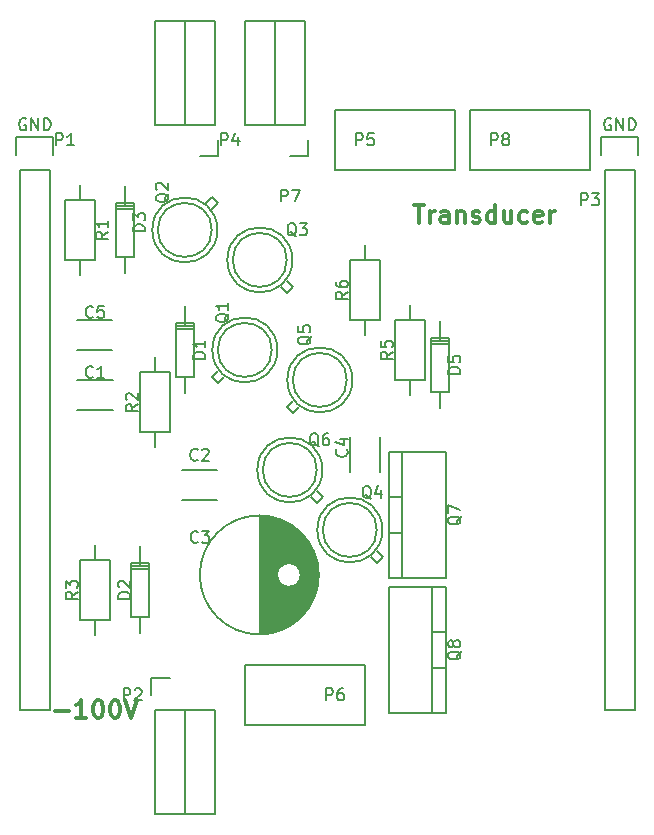
<source format=gbr>
G04 #@! TF.FileFunction,Legend,Top*
%FSLAX46Y46*%
G04 Gerber Fmt 4.6, Leading zero omitted, Abs format (unit mm)*
G04 Created by KiCad (PCBNEW 4.0.3+e1-6302~38~ubuntu16.04.1-stable) date Thu Aug 25 17:18:38 2016*
%MOMM*%
%LPD*%
G01*
G04 APERTURE LIST*
%ADD10C,0.100000*%
%ADD11C,0.300000*%
%ADD12C,0.150000*%
G04 APERTURE END LIST*
D10*
D11*
X74045715Y-85538571D02*
X74902858Y-85538571D01*
X74474287Y-87038571D02*
X74474287Y-85538571D01*
X75402858Y-87038571D02*
X75402858Y-86038571D01*
X75402858Y-86324286D02*
X75474286Y-86181429D01*
X75545715Y-86110000D01*
X75688572Y-86038571D01*
X75831429Y-86038571D01*
X76974286Y-87038571D02*
X76974286Y-86252857D01*
X76902857Y-86110000D01*
X76760000Y-86038571D01*
X76474286Y-86038571D01*
X76331429Y-86110000D01*
X76974286Y-86967143D02*
X76831429Y-87038571D01*
X76474286Y-87038571D01*
X76331429Y-86967143D01*
X76260000Y-86824286D01*
X76260000Y-86681429D01*
X76331429Y-86538571D01*
X76474286Y-86467143D01*
X76831429Y-86467143D01*
X76974286Y-86395714D01*
X77688572Y-86038571D02*
X77688572Y-87038571D01*
X77688572Y-86181429D02*
X77760000Y-86110000D01*
X77902858Y-86038571D01*
X78117143Y-86038571D01*
X78260000Y-86110000D01*
X78331429Y-86252857D01*
X78331429Y-87038571D01*
X78974286Y-86967143D02*
X79117143Y-87038571D01*
X79402858Y-87038571D01*
X79545715Y-86967143D01*
X79617143Y-86824286D01*
X79617143Y-86752857D01*
X79545715Y-86610000D01*
X79402858Y-86538571D01*
X79188572Y-86538571D01*
X79045715Y-86467143D01*
X78974286Y-86324286D01*
X78974286Y-86252857D01*
X79045715Y-86110000D01*
X79188572Y-86038571D01*
X79402858Y-86038571D01*
X79545715Y-86110000D01*
X80902858Y-87038571D02*
X80902858Y-85538571D01*
X80902858Y-86967143D02*
X80760001Y-87038571D01*
X80474287Y-87038571D01*
X80331429Y-86967143D01*
X80260001Y-86895714D01*
X80188572Y-86752857D01*
X80188572Y-86324286D01*
X80260001Y-86181429D01*
X80331429Y-86110000D01*
X80474287Y-86038571D01*
X80760001Y-86038571D01*
X80902858Y-86110000D01*
X82260001Y-86038571D02*
X82260001Y-87038571D01*
X81617144Y-86038571D02*
X81617144Y-86824286D01*
X81688572Y-86967143D01*
X81831430Y-87038571D01*
X82045715Y-87038571D01*
X82188572Y-86967143D01*
X82260001Y-86895714D01*
X83617144Y-86967143D02*
X83474287Y-87038571D01*
X83188573Y-87038571D01*
X83045715Y-86967143D01*
X82974287Y-86895714D01*
X82902858Y-86752857D01*
X82902858Y-86324286D01*
X82974287Y-86181429D01*
X83045715Y-86110000D01*
X83188573Y-86038571D01*
X83474287Y-86038571D01*
X83617144Y-86110000D01*
X84831429Y-86967143D02*
X84688572Y-87038571D01*
X84402858Y-87038571D01*
X84260001Y-86967143D01*
X84188572Y-86824286D01*
X84188572Y-86252857D01*
X84260001Y-86110000D01*
X84402858Y-86038571D01*
X84688572Y-86038571D01*
X84831429Y-86110000D01*
X84902858Y-86252857D01*
X84902858Y-86395714D01*
X84188572Y-86538571D01*
X85545715Y-87038571D02*
X85545715Y-86038571D01*
X85545715Y-86324286D02*
X85617143Y-86181429D01*
X85688572Y-86110000D01*
X85831429Y-86038571D01*
X85974286Y-86038571D01*
X43632858Y-128377143D02*
X44775715Y-128377143D01*
X46275715Y-128948571D02*
X45418572Y-128948571D01*
X45847144Y-128948571D02*
X45847144Y-127448571D01*
X45704287Y-127662857D01*
X45561429Y-127805714D01*
X45418572Y-127877143D01*
X47204286Y-127448571D02*
X47347143Y-127448571D01*
X47490000Y-127520000D01*
X47561429Y-127591429D01*
X47632858Y-127734286D01*
X47704286Y-128020000D01*
X47704286Y-128377143D01*
X47632858Y-128662857D01*
X47561429Y-128805714D01*
X47490000Y-128877143D01*
X47347143Y-128948571D01*
X47204286Y-128948571D01*
X47061429Y-128877143D01*
X46990000Y-128805714D01*
X46918572Y-128662857D01*
X46847143Y-128377143D01*
X46847143Y-128020000D01*
X46918572Y-127734286D01*
X46990000Y-127591429D01*
X47061429Y-127520000D01*
X47204286Y-127448571D01*
X48632857Y-127448571D02*
X48775714Y-127448571D01*
X48918571Y-127520000D01*
X48990000Y-127591429D01*
X49061429Y-127734286D01*
X49132857Y-128020000D01*
X49132857Y-128377143D01*
X49061429Y-128662857D01*
X48990000Y-128805714D01*
X48918571Y-128877143D01*
X48775714Y-128948571D01*
X48632857Y-128948571D01*
X48490000Y-128877143D01*
X48418571Y-128805714D01*
X48347143Y-128662857D01*
X48275714Y-128377143D01*
X48275714Y-128020000D01*
X48347143Y-127734286D01*
X48418571Y-127591429D01*
X48490000Y-127520000D01*
X48632857Y-127448571D01*
X49561428Y-127448571D02*
X50061428Y-128948571D01*
X50561428Y-127448571D01*
D12*
X48510000Y-102850000D02*
X45510000Y-102850000D01*
X45510000Y-100350000D02*
X48510000Y-100350000D01*
X54360000Y-107970000D02*
X57360000Y-107970000D01*
X57360000Y-110470000D02*
X54360000Y-110470000D01*
X60995000Y-111841000D02*
X60995000Y-121839000D01*
X61135000Y-111845000D02*
X61135000Y-121835000D01*
X61275000Y-111853000D02*
X61275000Y-121827000D01*
X61415000Y-111865000D02*
X61415000Y-121815000D01*
X61555000Y-111880000D02*
X61555000Y-121800000D01*
X61695000Y-111900000D02*
X61695000Y-121780000D01*
X61835000Y-111924000D02*
X61835000Y-121756000D01*
X61975000Y-111953000D02*
X61975000Y-121727000D01*
X62115000Y-111985000D02*
X62115000Y-121695000D01*
X62255000Y-112022000D02*
X62255000Y-121658000D01*
X62395000Y-112063000D02*
X62395000Y-121617000D01*
X62535000Y-112108000D02*
X62535000Y-116374000D01*
X62535000Y-117306000D02*
X62535000Y-121572000D01*
X62675000Y-112158000D02*
X62675000Y-116173000D01*
X62675000Y-117507000D02*
X62675000Y-121522000D01*
X62815000Y-112213000D02*
X62815000Y-116044000D01*
X62815000Y-117636000D02*
X62815000Y-121467000D01*
X62955000Y-112273000D02*
X62955000Y-115955000D01*
X62955000Y-117725000D02*
X62955000Y-121407000D01*
X63095000Y-112338000D02*
X63095000Y-115894000D01*
X63095000Y-117786000D02*
X63095000Y-121342000D01*
X63235000Y-112408000D02*
X63235000Y-115857000D01*
X63235000Y-117823000D02*
X63235000Y-121272000D01*
X63375000Y-112484000D02*
X63375000Y-115841000D01*
X63375000Y-117839000D02*
X63375000Y-121196000D01*
X63515000Y-112566000D02*
X63515000Y-115845000D01*
X63515000Y-117835000D02*
X63515000Y-121114000D01*
X63655000Y-112654000D02*
X63655000Y-115868000D01*
X63655000Y-117812000D02*
X63655000Y-121026000D01*
X63795000Y-112749000D02*
X63795000Y-115913000D01*
X63795000Y-117767000D02*
X63795000Y-120931000D01*
X63935000Y-112851000D02*
X63935000Y-115983000D01*
X63935000Y-117697000D02*
X63935000Y-120829000D01*
X64075000Y-112961000D02*
X64075000Y-116084000D01*
X64075000Y-117596000D02*
X64075000Y-120719000D01*
X64215000Y-113079000D02*
X64215000Y-116233000D01*
X64215000Y-117447000D02*
X64215000Y-120601000D01*
X64355000Y-113207000D02*
X64355000Y-116485000D01*
X64355000Y-117195000D02*
X64355000Y-120473000D01*
X64495000Y-113344000D02*
X64495000Y-120336000D01*
X64635000Y-113494000D02*
X64635000Y-120186000D01*
X64775000Y-113656000D02*
X64775000Y-120024000D01*
X64915000Y-113833000D02*
X64915000Y-119847000D01*
X65055000Y-114029000D02*
X65055000Y-119651000D01*
X65195000Y-114247000D02*
X65195000Y-119433000D01*
X65335000Y-114493000D02*
X65335000Y-119187000D01*
X65475000Y-114778000D02*
X65475000Y-118902000D01*
X65615000Y-115120000D02*
X65615000Y-118560000D01*
X65755000Y-115566000D02*
X65755000Y-118114000D01*
X65895000Y-116341000D02*
X65895000Y-117339000D01*
X64420000Y-116840000D02*
G75*
G03X64420000Y-116840000I-1000000J0D01*
G01*
X65957500Y-116840000D02*
G75*
G03X65957500Y-116840000I-5037500J0D01*
G01*
X71100000Y-105160000D02*
X71100000Y-108160000D01*
X68600000Y-108160000D02*
X68600000Y-105160000D01*
X45470000Y-95270000D02*
X48470000Y-95270000D01*
X48470000Y-97770000D02*
X45470000Y-97770000D01*
X54612540Y-100076520D02*
X54612540Y-101473520D01*
X54612540Y-95631520D02*
X54612540Y-94107520D01*
X55374540Y-96012520D02*
X53850540Y-96012520D01*
X55374540Y-95758520D02*
X53850540Y-95758520D01*
X54612540Y-95504520D02*
X53850540Y-95504520D01*
X53850540Y-95504520D02*
X53850540Y-100076520D01*
X53850540Y-100076520D02*
X55374540Y-100076520D01*
X55374540Y-100076520D02*
X55374540Y-95504520D01*
X55374540Y-95504520D02*
X54612540Y-95504520D01*
X49532540Y-89916520D02*
X49532540Y-91313520D01*
X49532540Y-85471520D02*
X49532540Y-83947520D01*
X50294540Y-85852520D02*
X48770540Y-85852520D01*
X50294540Y-85598520D02*
X48770540Y-85598520D01*
X49532540Y-85344520D02*
X48770540Y-85344520D01*
X48770540Y-85344520D02*
X48770540Y-89916520D01*
X48770540Y-89916520D02*
X50294540Y-89916520D01*
X50294540Y-89916520D02*
X50294540Y-85344520D01*
X50294540Y-85344520D02*
X49532540Y-85344520D01*
X57150000Y-137100000D02*
X57150000Y-128270000D01*
X54610000Y-137100000D02*
X57150000Y-137100000D01*
X54610000Y-128270000D02*
X54610000Y-137100000D01*
X54610000Y-128270000D02*
X57150000Y-128270000D01*
X52070000Y-128270000D02*
X54610000Y-128270000D01*
X53340000Y-125600000D02*
X51790000Y-125600000D01*
X51790000Y-125600000D02*
X51790000Y-127000000D01*
X52070000Y-128270000D02*
X52070000Y-137100000D01*
X52070000Y-137100000D02*
X54610000Y-137100000D01*
X54610000Y-137100000D02*
X54610000Y-128270000D01*
X52070000Y-69910000D02*
X52070000Y-78740000D01*
X54610000Y-69910000D02*
X52070000Y-69910000D01*
X54610000Y-78740000D02*
X54610000Y-69910000D01*
X54610000Y-78740000D02*
X52070000Y-78740000D01*
X57150000Y-78740000D02*
X54610000Y-78740000D01*
X55880000Y-81410000D02*
X57430000Y-81410000D01*
X57430000Y-81410000D02*
X57430000Y-80010000D01*
X57150000Y-78740000D02*
X57150000Y-69910000D01*
X57150000Y-69910000D02*
X54610000Y-69910000D01*
X54610000Y-69910000D02*
X54610000Y-78740000D01*
X57404000Y-100584000D02*
X57912000Y-100076000D01*
X57404000Y-99568000D02*
X56896000Y-100076000D01*
X56896000Y-100076000D02*
X57404000Y-100584000D01*
X61976000Y-97790000D02*
G75*
G03X61976000Y-97790000I-2286000J0D01*
G01*
X62440000Y-97790000D02*
G75*
G03X62440000Y-97790000I-2750000J0D01*
G01*
X56896000Y-84836000D02*
X56388000Y-85344000D01*
X56896000Y-85852000D02*
X57404000Y-85344000D01*
X57404000Y-85344000D02*
X56896000Y-84836000D01*
X56896000Y-87630000D02*
G75*
G03X56896000Y-87630000I-2286000J0D01*
G01*
X57360000Y-87630000D02*
G75*
G03X57360000Y-87630000I-2750000J0D01*
G01*
X63754000Y-92456000D02*
X63246000Y-91948000D01*
X62738000Y-92456000D02*
X63246000Y-92964000D01*
X63246000Y-92964000D02*
X63754000Y-92456000D01*
X63246000Y-90170000D02*
G75*
G03X63246000Y-90170000I-2286000J0D01*
G01*
X63710000Y-90170000D02*
G75*
G03X63710000Y-90170000I-2750000J0D01*
G01*
X71374000Y-115316000D02*
X70866000Y-114808000D01*
X70358000Y-115316000D02*
X70866000Y-115824000D01*
X70866000Y-115824000D02*
X71374000Y-115316000D01*
X70866000Y-113030000D02*
G75*
G03X70866000Y-113030000I-2286000J0D01*
G01*
X71330000Y-113030000D02*
G75*
G03X71330000Y-113030000I-2750000J0D01*
G01*
X63754000Y-103124000D02*
X64262000Y-102616000D01*
X63754000Y-102108000D02*
X63246000Y-102616000D01*
X63246000Y-102616000D02*
X63754000Y-103124000D01*
X68326000Y-100330000D02*
G75*
G03X68326000Y-100330000I-2286000J0D01*
G01*
X68790000Y-100330000D02*
G75*
G03X68790000Y-100330000I-2750000J0D01*
G01*
X66294000Y-110236000D02*
X65786000Y-109728000D01*
X65278000Y-110236000D02*
X65786000Y-110744000D01*
X65786000Y-110744000D02*
X66294000Y-110236000D01*
X65786000Y-107950000D02*
G75*
G03X65786000Y-107950000I-2286000J0D01*
G01*
X66250000Y-107950000D02*
G75*
G03X66250000Y-107950000I-2750000J0D01*
G01*
X71882000Y-113284000D02*
X73025000Y-113284000D01*
X71882000Y-110236000D02*
X73025000Y-110236000D01*
X73025000Y-106426000D02*
X76708000Y-106426000D01*
X76708000Y-106426000D02*
X76708000Y-117094000D01*
X76708000Y-117094000D02*
X73025000Y-117094000D01*
X71882000Y-106426000D02*
X73025000Y-106426000D01*
X73025000Y-106426000D02*
X73025000Y-117094000D01*
X73025000Y-117094000D02*
X71882000Y-117094000D01*
X71882000Y-111760000D02*
X71882000Y-117094000D01*
X71882000Y-111760000D02*
X71882000Y-106426000D01*
X76708000Y-121666000D02*
X75565000Y-121666000D01*
X76708000Y-124714000D02*
X75565000Y-124714000D01*
X75565000Y-128524000D02*
X71882000Y-128524000D01*
X71882000Y-128524000D02*
X71882000Y-117856000D01*
X71882000Y-117856000D02*
X75565000Y-117856000D01*
X76708000Y-128524000D02*
X75565000Y-128524000D01*
X75565000Y-128524000D02*
X75565000Y-117856000D01*
X75565000Y-117856000D02*
X76708000Y-117856000D01*
X76708000Y-123190000D02*
X76708000Y-117856000D01*
X76708000Y-123190000D02*
X76708000Y-128524000D01*
X46990000Y-85090000D02*
X46990000Y-90170000D01*
X46990000Y-90170000D02*
X44450000Y-90170000D01*
X44450000Y-90170000D02*
X44450000Y-85090000D01*
X44450000Y-85090000D02*
X46990000Y-85090000D01*
X45720000Y-85090000D02*
X45720000Y-83820000D01*
X45720000Y-90170000D02*
X45720000Y-91440000D01*
X50800000Y-104775000D02*
X50800000Y-99695000D01*
X50800000Y-99695000D02*
X53340000Y-99695000D01*
X53340000Y-99695000D02*
X53340000Y-104775000D01*
X53340000Y-104775000D02*
X50800000Y-104775000D01*
X52070000Y-104775000D02*
X52070000Y-106045000D01*
X52070000Y-99695000D02*
X52070000Y-98425000D01*
X48260000Y-115570000D02*
X48260000Y-120650000D01*
X48260000Y-120650000D02*
X45720000Y-120650000D01*
X45720000Y-120650000D02*
X45720000Y-115570000D01*
X45720000Y-115570000D02*
X48260000Y-115570000D01*
X46990000Y-115570000D02*
X46990000Y-114300000D01*
X46990000Y-120650000D02*
X46990000Y-121920000D01*
X74930000Y-95250000D02*
X74930000Y-100330000D01*
X74930000Y-100330000D02*
X72390000Y-100330000D01*
X72390000Y-100330000D02*
X72390000Y-95250000D01*
X72390000Y-95250000D02*
X74930000Y-95250000D01*
X73660000Y-95250000D02*
X73660000Y-93980000D01*
X73660000Y-100330000D02*
X73660000Y-101600000D01*
X71120000Y-90170000D02*
X71120000Y-95250000D01*
X71120000Y-95250000D02*
X68580000Y-95250000D01*
X68580000Y-95250000D02*
X68580000Y-90170000D01*
X68580000Y-90170000D02*
X71120000Y-90170000D01*
X69850000Y-90170000D02*
X69850000Y-88900000D01*
X69850000Y-95250000D02*
X69850000Y-96520000D01*
X76202540Y-101346520D02*
X76202540Y-102743520D01*
X76202540Y-96901520D02*
X76202540Y-95377520D01*
X76964540Y-97282520D02*
X75440540Y-97282520D01*
X76964540Y-97028520D02*
X75440540Y-97028520D01*
X76202540Y-96774520D02*
X75440540Y-96774520D01*
X75440540Y-96774520D02*
X75440540Y-101346520D01*
X75440540Y-101346520D02*
X76964540Y-101346520D01*
X76964540Y-101346520D02*
X76964540Y-96774520D01*
X76964540Y-96774520D02*
X76202540Y-96774520D01*
X50802540Y-120396520D02*
X50802540Y-121793520D01*
X50802540Y-115951520D02*
X50802540Y-114427520D01*
X51564540Y-116332520D02*
X50040540Y-116332520D01*
X51564540Y-116078520D02*
X50040540Y-116078520D01*
X50802540Y-115824520D02*
X50040540Y-115824520D01*
X50040540Y-115824520D02*
X50040540Y-120396520D01*
X50040540Y-120396520D02*
X51564540Y-120396520D01*
X51564540Y-120396520D02*
X51564540Y-115824520D01*
X51564540Y-115824520D02*
X50802540Y-115824520D01*
X59690000Y-69910000D02*
X59690000Y-78740000D01*
X62230000Y-69910000D02*
X59690000Y-69910000D01*
X62230000Y-78740000D02*
X62230000Y-69910000D01*
X62230000Y-78740000D02*
X59690000Y-78740000D01*
X64770000Y-78740000D02*
X62230000Y-78740000D01*
X63500000Y-81410000D02*
X65050000Y-81410000D01*
X65050000Y-81410000D02*
X65050000Y-80010000D01*
X64770000Y-78740000D02*
X64770000Y-69910000D01*
X64770000Y-69910000D02*
X62230000Y-69910000D01*
X62230000Y-69910000D02*
X62230000Y-78740000D01*
X77470000Y-82550000D02*
X67310000Y-82550000D01*
X67310000Y-82550000D02*
X67310000Y-77470000D01*
X67310000Y-77470000D02*
X77470000Y-77470000D01*
X77470000Y-77470000D02*
X77470000Y-82550000D01*
X59690000Y-124460000D02*
X69850000Y-124460000D01*
X69850000Y-124460000D02*
X69850000Y-129540000D01*
X69850000Y-129540000D02*
X59690000Y-129540000D01*
X59690000Y-129540000D02*
X59690000Y-124460000D01*
X88900000Y-82550000D02*
X78740000Y-82550000D01*
X78740000Y-82550000D02*
X78740000Y-77470000D01*
X78740000Y-77470000D02*
X88900000Y-77470000D01*
X88900000Y-77470000D02*
X88900000Y-82550000D01*
X40640000Y-82550000D02*
X40640000Y-128270000D01*
X40640000Y-128270000D02*
X43180000Y-128270000D01*
X43180000Y-128270000D02*
X43180000Y-82550000D01*
X40360000Y-79730000D02*
X40360000Y-81280000D01*
X40640000Y-82550000D02*
X43180000Y-82550000D01*
X43460000Y-81280000D02*
X43460000Y-79730000D01*
X43460000Y-79730000D02*
X40360000Y-79730000D01*
X90170000Y-82550000D02*
X90170000Y-128270000D01*
X90170000Y-128270000D02*
X92710000Y-128270000D01*
X92710000Y-128270000D02*
X92710000Y-82550000D01*
X89890000Y-79730000D02*
X89890000Y-81280000D01*
X90170000Y-82550000D02*
X92710000Y-82550000D01*
X92990000Y-81280000D02*
X92990000Y-79730000D01*
X92990000Y-79730000D02*
X89890000Y-79730000D01*
X46823334Y-100052143D02*
X46775715Y-100099762D01*
X46632858Y-100147381D01*
X46537620Y-100147381D01*
X46394762Y-100099762D01*
X46299524Y-100004524D01*
X46251905Y-99909286D01*
X46204286Y-99718810D01*
X46204286Y-99575952D01*
X46251905Y-99385476D01*
X46299524Y-99290238D01*
X46394762Y-99195000D01*
X46537620Y-99147381D01*
X46632858Y-99147381D01*
X46775715Y-99195000D01*
X46823334Y-99242619D01*
X47775715Y-100147381D02*
X47204286Y-100147381D01*
X47490000Y-100147381D02*
X47490000Y-99147381D01*
X47394762Y-99290238D01*
X47299524Y-99385476D01*
X47204286Y-99433095D01*
X55693334Y-107077143D02*
X55645715Y-107124762D01*
X55502858Y-107172381D01*
X55407620Y-107172381D01*
X55264762Y-107124762D01*
X55169524Y-107029524D01*
X55121905Y-106934286D01*
X55074286Y-106743810D01*
X55074286Y-106600952D01*
X55121905Y-106410476D01*
X55169524Y-106315238D01*
X55264762Y-106220000D01*
X55407620Y-106172381D01*
X55502858Y-106172381D01*
X55645715Y-106220000D01*
X55693334Y-106267619D01*
X56074286Y-106267619D02*
X56121905Y-106220000D01*
X56217143Y-106172381D01*
X56455239Y-106172381D01*
X56550477Y-106220000D01*
X56598096Y-106267619D01*
X56645715Y-106362857D01*
X56645715Y-106458095D01*
X56598096Y-106600952D01*
X56026667Y-107172381D01*
X56645715Y-107172381D01*
X55713334Y-114022143D02*
X55665715Y-114069762D01*
X55522858Y-114117381D01*
X55427620Y-114117381D01*
X55284762Y-114069762D01*
X55189524Y-113974524D01*
X55141905Y-113879286D01*
X55094286Y-113688810D01*
X55094286Y-113545952D01*
X55141905Y-113355476D01*
X55189524Y-113260238D01*
X55284762Y-113165000D01*
X55427620Y-113117381D01*
X55522858Y-113117381D01*
X55665715Y-113165000D01*
X55713334Y-113212619D01*
X56046667Y-113117381D02*
X56665715Y-113117381D01*
X56332381Y-113498333D01*
X56475239Y-113498333D01*
X56570477Y-113545952D01*
X56618096Y-113593571D01*
X56665715Y-113688810D01*
X56665715Y-113926905D01*
X56618096Y-114022143D01*
X56570477Y-114069762D01*
X56475239Y-114117381D01*
X56189524Y-114117381D01*
X56094286Y-114069762D01*
X56046667Y-114022143D01*
X68302143Y-106211666D02*
X68349762Y-106259285D01*
X68397381Y-106402142D01*
X68397381Y-106497380D01*
X68349762Y-106640238D01*
X68254524Y-106735476D01*
X68159286Y-106783095D01*
X67968810Y-106830714D01*
X67825952Y-106830714D01*
X67635476Y-106783095D01*
X67540238Y-106735476D01*
X67445000Y-106640238D01*
X67397381Y-106497380D01*
X67397381Y-106402142D01*
X67445000Y-106259285D01*
X67492619Y-106211666D01*
X67730714Y-105354523D02*
X68397381Y-105354523D01*
X67349762Y-105592619D02*
X68064048Y-105830714D01*
X68064048Y-105211666D01*
X46823334Y-94972143D02*
X46775715Y-95019762D01*
X46632858Y-95067381D01*
X46537620Y-95067381D01*
X46394762Y-95019762D01*
X46299524Y-94924524D01*
X46251905Y-94829286D01*
X46204286Y-94638810D01*
X46204286Y-94495952D01*
X46251905Y-94305476D01*
X46299524Y-94210238D01*
X46394762Y-94115000D01*
X46537620Y-94067381D01*
X46632858Y-94067381D01*
X46775715Y-94115000D01*
X46823334Y-94162619D01*
X47728096Y-94067381D02*
X47251905Y-94067381D01*
X47204286Y-94543571D01*
X47251905Y-94495952D01*
X47347143Y-94448333D01*
X47585239Y-94448333D01*
X47680477Y-94495952D01*
X47728096Y-94543571D01*
X47775715Y-94638810D01*
X47775715Y-94876905D01*
X47728096Y-94972143D01*
X47680477Y-95019762D01*
X47585239Y-95067381D01*
X47347143Y-95067381D01*
X47251905Y-95019762D01*
X47204286Y-94972143D01*
X56332381Y-98528095D02*
X55332381Y-98528095D01*
X55332381Y-98290000D01*
X55380000Y-98147142D01*
X55475238Y-98051904D01*
X55570476Y-98004285D01*
X55760952Y-97956666D01*
X55903810Y-97956666D01*
X56094286Y-98004285D01*
X56189524Y-98051904D01*
X56284762Y-98147142D01*
X56332381Y-98290000D01*
X56332381Y-98528095D01*
X56332381Y-97004285D02*
X56332381Y-97575714D01*
X56332381Y-97290000D02*
X55332381Y-97290000D01*
X55475238Y-97385238D01*
X55570476Y-97480476D01*
X55618095Y-97575714D01*
X51252381Y-87733095D02*
X50252381Y-87733095D01*
X50252381Y-87495000D01*
X50300000Y-87352142D01*
X50395238Y-87256904D01*
X50490476Y-87209285D01*
X50680952Y-87161666D01*
X50823810Y-87161666D01*
X51014286Y-87209285D01*
X51109524Y-87256904D01*
X51204762Y-87352142D01*
X51252381Y-87495000D01*
X51252381Y-87733095D01*
X50252381Y-86828333D02*
X50252381Y-86209285D01*
X50633333Y-86542619D01*
X50633333Y-86399761D01*
X50680952Y-86304523D01*
X50728571Y-86256904D01*
X50823810Y-86209285D01*
X51061905Y-86209285D01*
X51157143Y-86256904D01*
X51204762Y-86304523D01*
X51252381Y-86399761D01*
X51252381Y-86685476D01*
X51204762Y-86780714D01*
X51157143Y-86828333D01*
X49426905Y-127452381D02*
X49426905Y-126452381D01*
X49807858Y-126452381D01*
X49903096Y-126500000D01*
X49950715Y-126547619D01*
X49998334Y-126642857D01*
X49998334Y-126785714D01*
X49950715Y-126880952D01*
X49903096Y-126928571D01*
X49807858Y-126976190D01*
X49426905Y-126976190D01*
X50379286Y-126547619D02*
X50426905Y-126500000D01*
X50522143Y-126452381D01*
X50760239Y-126452381D01*
X50855477Y-126500000D01*
X50903096Y-126547619D01*
X50950715Y-126642857D01*
X50950715Y-126738095D01*
X50903096Y-126880952D01*
X50331667Y-127452381D01*
X50950715Y-127452381D01*
X57681905Y-80462381D02*
X57681905Y-79462381D01*
X58062858Y-79462381D01*
X58158096Y-79510000D01*
X58205715Y-79557619D01*
X58253334Y-79652857D01*
X58253334Y-79795714D01*
X58205715Y-79890952D01*
X58158096Y-79938571D01*
X58062858Y-79986190D01*
X57681905Y-79986190D01*
X59110477Y-79795714D02*
X59110477Y-80462381D01*
X58872381Y-79414762D02*
X58634286Y-80129048D01*
X59253334Y-80129048D01*
X58332619Y-94710238D02*
X58285000Y-94805476D01*
X58189762Y-94900714D01*
X58046905Y-95043571D01*
X57999286Y-95138810D01*
X57999286Y-95234048D01*
X58237381Y-95186429D02*
X58189762Y-95281667D01*
X58094524Y-95376905D01*
X57904048Y-95424524D01*
X57570714Y-95424524D01*
X57380238Y-95376905D01*
X57285000Y-95281667D01*
X57237381Y-95186429D01*
X57237381Y-94995952D01*
X57285000Y-94900714D01*
X57380238Y-94805476D01*
X57570714Y-94757857D01*
X57904048Y-94757857D01*
X58094524Y-94805476D01*
X58189762Y-94900714D01*
X58237381Y-94995952D01*
X58237381Y-95186429D01*
X58237381Y-93805476D02*
X58237381Y-94376905D01*
X58237381Y-94091191D02*
X57237381Y-94091191D01*
X57380238Y-94186429D01*
X57475476Y-94281667D01*
X57523095Y-94376905D01*
X53252619Y-84550238D02*
X53205000Y-84645476D01*
X53109762Y-84740714D01*
X52966905Y-84883571D01*
X52919286Y-84978810D01*
X52919286Y-85074048D01*
X53157381Y-85026429D02*
X53109762Y-85121667D01*
X53014524Y-85216905D01*
X52824048Y-85264524D01*
X52490714Y-85264524D01*
X52300238Y-85216905D01*
X52205000Y-85121667D01*
X52157381Y-85026429D01*
X52157381Y-84835952D01*
X52205000Y-84740714D01*
X52300238Y-84645476D01*
X52490714Y-84597857D01*
X52824048Y-84597857D01*
X53014524Y-84645476D01*
X53109762Y-84740714D01*
X53157381Y-84835952D01*
X53157381Y-85026429D01*
X52252619Y-84216905D02*
X52205000Y-84169286D01*
X52157381Y-84074048D01*
X52157381Y-83835952D01*
X52205000Y-83740714D01*
X52252619Y-83693095D01*
X52347857Y-83645476D01*
X52443095Y-83645476D01*
X52585952Y-83693095D01*
X53157381Y-84264524D01*
X53157381Y-83645476D01*
X64039762Y-88177619D02*
X63944524Y-88130000D01*
X63849286Y-88034762D01*
X63706429Y-87891905D01*
X63611190Y-87844286D01*
X63515952Y-87844286D01*
X63563571Y-88082381D02*
X63468333Y-88034762D01*
X63373095Y-87939524D01*
X63325476Y-87749048D01*
X63325476Y-87415714D01*
X63373095Y-87225238D01*
X63468333Y-87130000D01*
X63563571Y-87082381D01*
X63754048Y-87082381D01*
X63849286Y-87130000D01*
X63944524Y-87225238D01*
X63992143Y-87415714D01*
X63992143Y-87749048D01*
X63944524Y-87939524D01*
X63849286Y-88034762D01*
X63754048Y-88082381D01*
X63563571Y-88082381D01*
X64325476Y-87082381D02*
X64944524Y-87082381D01*
X64611190Y-87463333D01*
X64754048Y-87463333D01*
X64849286Y-87510952D01*
X64896905Y-87558571D01*
X64944524Y-87653810D01*
X64944524Y-87891905D01*
X64896905Y-87987143D01*
X64849286Y-88034762D01*
X64754048Y-88082381D01*
X64468333Y-88082381D01*
X64373095Y-88034762D01*
X64325476Y-87987143D01*
X70389762Y-110402619D02*
X70294524Y-110355000D01*
X70199286Y-110259762D01*
X70056429Y-110116905D01*
X69961190Y-110069286D01*
X69865952Y-110069286D01*
X69913571Y-110307381D02*
X69818333Y-110259762D01*
X69723095Y-110164524D01*
X69675476Y-109974048D01*
X69675476Y-109640714D01*
X69723095Y-109450238D01*
X69818333Y-109355000D01*
X69913571Y-109307381D01*
X70104048Y-109307381D01*
X70199286Y-109355000D01*
X70294524Y-109450238D01*
X70342143Y-109640714D01*
X70342143Y-109974048D01*
X70294524Y-110164524D01*
X70199286Y-110259762D01*
X70104048Y-110307381D01*
X69913571Y-110307381D01*
X71199286Y-109640714D02*
X71199286Y-110307381D01*
X70961190Y-109259762D02*
X70723095Y-109974048D01*
X71342143Y-109974048D01*
X65317619Y-96615238D02*
X65270000Y-96710476D01*
X65174762Y-96805714D01*
X65031905Y-96948571D01*
X64984286Y-97043810D01*
X64984286Y-97139048D01*
X65222381Y-97091429D02*
X65174762Y-97186667D01*
X65079524Y-97281905D01*
X64889048Y-97329524D01*
X64555714Y-97329524D01*
X64365238Y-97281905D01*
X64270000Y-97186667D01*
X64222381Y-97091429D01*
X64222381Y-96900952D01*
X64270000Y-96805714D01*
X64365238Y-96710476D01*
X64555714Y-96662857D01*
X64889048Y-96662857D01*
X65079524Y-96710476D01*
X65174762Y-96805714D01*
X65222381Y-96900952D01*
X65222381Y-97091429D01*
X64222381Y-95758095D02*
X64222381Y-96234286D01*
X64698571Y-96281905D01*
X64650952Y-96234286D01*
X64603333Y-96139048D01*
X64603333Y-95900952D01*
X64650952Y-95805714D01*
X64698571Y-95758095D01*
X64793810Y-95710476D01*
X65031905Y-95710476D01*
X65127143Y-95758095D01*
X65174762Y-95805714D01*
X65222381Y-95900952D01*
X65222381Y-96139048D01*
X65174762Y-96234286D01*
X65127143Y-96281905D01*
X65944762Y-105957619D02*
X65849524Y-105910000D01*
X65754286Y-105814762D01*
X65611429Y-105671905D01*
X65516190Y-105624286D01*
X65420952Y-105624286D01*
X65468571Y-105862381D02*
X65373333Y-105814762D01*
X65278095Y-105719524D01*
X65230476Y-105529048D01*
X65230476Y-105195714D01*
X65278095Y-105005238D01*
X65373333Y-104910000D01*
X65468571Y-104862381D01*
X65659048Y-104862381D01*
X65754286Y-104910000D01*
X65849524Y-105005238D01*
X65897143Y-105195714D01*
X65897143Y-105529048D01*
X65849524Y-105719524D01*
X65754286Y-105814762D01*
X65659048Y-105862381D01*
X65468571Y-105862381D01*
X66754286Y-104862381D02*
X66563809Y-104862381D01*
X66468571Y-104910000D01*
X66420952Y-104957619D01*
X66325714Y-105100476D01*
X66278095Y-105290952D01*
X66278095Y-105671905D01*
X66325714Y-105767143D01*
X66373333Y-105814762D01*
X66468571Y-105862381D01*
X66659048Y-105862381D01*
X66754286Y-105814762D01*
X66801905Y-105767143D01*
X66849524Y-105671905D01*
X66849524Y-105433810D01*
X66801905Y-105338571D01*
X66754286Y-105290952D01*
X66659048Y-105243333D01*
X66468571Y-105243333D01*
X66373333Y-105290952D01*
X66325714Y-105338571D01*
X66278095Y-105433810D01*
X78017619Y-111855238D02*
X77970000Y-111950476D01*
X77874762Y-112045714D01*
X77731905Y-112188571D01*
X77684286Y-112283810D01*
X77684286Y-112379048D01*
X77922381Y-112331429D02*
X77874762Y-112426667D01*
X77779524Y-112521905D01*
X77589048Y-112569524D01*
X77255714Y-112569524D01*
X77065238Y-112521905D01*
X76970000Y-112426667D01*
X76922381Y-112331429D01*
X76922381Y-112140952D01*
X76970000Y-112045714D01*
X77065238Y-111950476D01*
X77255714Y-111902857D01*
X77589048Y-111902857D01*
X77779524Y-111950476D01*
X77874762Y-112045714D01*
X77922381Y-112140952D01*
X77922381Y-112331429D01*
X76922381Y-111569524D02*
X76922381Y-110902857D01*
X77922381Y-111331429D01*
X78017619Y-123285238D02*
X77970000Y-123380476D01*
X77874762Y-123475714D01*
X77731905Y-123618571D01*
X77684286Y-123713810D01*
X77684286Y-123809048D01*
X77922381Y-123761429D02*
X77874762Y-123856667D01*
X77779524Y-123951905D01*
X77589048Y-123999524D01*
X77255714Y-123999524D01*
X77065238Y-123951905D01*
X76970000Y-123856667D01*
X76922381Y-123761429D01*
X76922381Y-123570952D01*
X76970000Y-123475714D01*
X77065238Y-123380476D01*
X77255714Y-123332857D01*
X77589048Y-123332857D01*
X77779524Y-123380476D01*
X77874762Y-123475714D01*
X77922381Y-123570952D01*
X77922381Y-123761429D01*
X77350952Y-122761429D02*
X77303333Y-122856667D01*
X77255714Y-122904286D01*
X77160476Y-122951905D01*
X77112857Y-122951905D01*
X77017619Y-122904286D01*
X76970000Y-122856667D01*
X76922381Y-122761429D01*
X76922381Y-122570952D01*
X76970000Y-122475714D01*
X77017619Y-122428095D01*
X77112857Y-122380476D01*
X77160476Y-122380476D01*
X77255714Y-122428095D01*
X77303333Y-122475714D01*
X77350952Y-122570952D01*
X77350952Y-122761429D01*
X77398571Y-122856667D01*
X77446190Y-122904286D01*
X77541429Y-122951905D01*
X77731905Y-122951905D01*
X77827143Y-122904286D01*
X77874762Y-122856667D01*
X77922381Y-122761429D01*
X77922381Y-122570952D01*
X77874762Y-122475714D01*
X77827143Y-122428095D01*
X77731905Y-122380476D01*
X77541429Y-122380476D01*
X77446190Y-122428095D01*
X77398571Y-122475714D01*
X77350952Y-122570952D01*
X48077381Y-87796666D02*
X47601190Y-88130000D01*
X48077381Y-88368095D02*
X47077381Y-88368095D01*
X47077381Y-87987142D01*
X47125000Y-87891904D01*
X47172619Y-87844285D01*
X47267857Y-87796666D01*
X47410714Y-87796666D01*
X47505952Y-87844285D01*
X47553571Y-87891904D01*
X47601190Y-87987142D01*
X47601190Y-88368095D01*
X48077381Y-86844285D02*
X48077381Y-87415714D01*
X48077381Y-87130000D02*
X47077381Y-87130000D01*
X47220238Y-87225238D01*
X47315476Y-87320476D01*
X47363095Y-87415714D01*
X50617381Y-102401666D02*
X50141190Y-102735000D01*
X50617381Y-102973095D02*
X49617381Y-102973095D01*
X49617381Y-102592142D01*
X49665000Y-102496904D01*
X49712619Y-102449285D01*
X49807857Y-102401666D01*
X49950714Y-102401666D01*
X50045952Y-102449285D01*
X50093571Y-102496904D01*
X50141190Y-102592142D01*
X50141190Y-102973095D01*
X49712619Y-102020714D02*
X49665000Y-101973095D01*
X49617381Y-101877857D01*
X49617381Y-101639761D01*
X49665000Y-101544523D01*
X49712619Y-101496904D01*
X49807857Y-101449285D01*
X49903095Y-101449285D01*
X50045952Y-101496904D01*
X50617381Y-102068333D01*
X50617381Y-101449285D01*
X45537381Y-118276666D02*
X45061190Y-118610000D01*
X45537381Y-118848095D02*
X44537381Y-118848095D01*
X44537381Y-118467142D01*
X44585000Y-118371904D01*
X44632619Y-118324285D01*
X44727857Y-118276666D01*
X44870714Y-118276666D01*
X44965952Y-118324285D01*
X45013571Y-118371904D01*
X45061190Y-118467142D01*
X45061190Y-118848095D01*
X44537381Y-117943333D02*
X44537381Y-117324285D01*
X44918333Y-117657619D01*
X44918333Y-117514761D01*
X44965952Y-117419523D01*
X45013571Y-117371904D01*
X45108810Y-117324285D01*
X45346905Y-117324285D01*
X45442143Y-117371904D01*
X45489762Y-117419523D01*
X45537381Y-117514761D01*
X45537381Y-117800476D01*
X45489762Y-117895714D01*
X45442143Y-117943333D01*
X72207381Y-97956666D02*
X71731190Y-98290000D01*
X72207381Y-98528095D02*
X71207381Y-98528095D01*
X71207381Y-98147142D01*
X71255000Y-98051904D01*
X71302619Y-98004285D01*
X71397857Y-97956666D01*
X71540714Y-97956666D01*
X71635952Y-98004285D01*
X71683571Y-98051904D01*
X71731190Y-98147142D01*
X71731190Y-98528095D01*
X71207381Y-97051904D02*
X71207381Y-97528095D01*
X71683571Y-97575714D01*
X71635952Y-97528095D01*
X71588333Y-97432857D01*
X71588333Y-97194761D01*
X71635952Y-97099523D01*
X71683571Y-97051904D01*
X71778810Y-97004285D01*
X72016905Y-97004285D01*
X72112143Y-97051904D01*
X72159762Y-97099523D01*
X72207381Y-97194761D01*
X72207381Y-97432857D01*
X72159762Y-97528095D01*
X72112143Y-97575714D01*
X68397381Y-92876666D02*
X67921190Y-93210000D01*
X68397381Y-93448095D02*
X67397381Y-93448095D01*
X67397381Y-93067142D01*
X67445000Y-92971904D01*
X67492619Y-92924285D01*
X67587857Y-92876666D01*
X67730714Y-92876666D01*
X67825952Y-92924285D01*
X67873571Y-92971904D01*
X67921190Y-93067142D01*
X67921190Y-93448095D01*
X67397381Y-92019523D02*
X67397381Y-92210000D01*
X67445000Y-92305238D01*
X67492619Y-92352857D01*
X67635476Y-92448095D01*
X67825952Y-92495714D01*
X68206905Y-92495714D01*
X68302143Y-92448095D01*
X68349762Y-92400476D01*
X68397381Y-92305238D01*
X68397381Y-92114761D01*
X68349762Y-92019523D01*
X68302143Y-91971904D01*
X68206905Y-91924285D01*
X67968810Y-91924285D01*
X67873571Y-91971904D01*
X67825952Y-92019523D01*
X67778333Y-92114761D01*
X67778333Y-92305238D01*
X67825952Y-92400476D01*
X67873571Y-92448095D01*
X67968810Y-92495714D01*
X77922381Y-99798095D02*
X76922381Y-99798095D01*
X76922381Y-99560000D01*
X76970000Y-99417142D01*
X77065238Y-99321904D01*
X77160476Y-99274285D01*
X77350952Y-99226666D01*
X77493810Y-99226666D01*
X77684286Y-99274285D01*
X77779524Y-99321904D01*
X77874762Y-99417142D01*
X77922381Y-99560000D01*
X77922381Y-99798095D01*
X76922381Y-98321904D02*
X76922381Y-98798095D01*
X77398571Y-98845714D01*
X77350952Y-98798095D01*
X77303333Y-98702857D01*
X77303333Y-98464761D01*
X77350952Y-98369523D01*
X77398571Y-98321904D01*
X77493810Y-98274285D01*
X77731905Y-98274285D01*
X77827143Y-98321904D01*
X77874762Y-98369523D01*
X77922381Y-98464761D01*
X77922381Y-98702857D01*
X77874762Y-98798095D01*
X77827143Y-98845714D01*
X49982381Y-118848095D02*
X48982381Y-118848095D01*
X48982381Y-118610000D01*
X49030000Y-118467142D01*
X49125238Y-118371904D01*
X49220476Y-118324285D01*
X49410952Y-118276666D01*
X49553810Y-118276666D01*
X49744286Y-118324285D01*
X49839524Y-118371904D01*
X49934762Y-118467142D01*
X49982381Y-118610000D01*
X49982381Y-118848095D01*
X49077619Y-117895714D02*
X49030000Y-117848095D01*
X48982381Y-117752857D01*
X48982381Y-117514761D01*
X49030000Y-117419523D01*
X49077619Y-117371904D01*
X49172857Y-117324285D01*
X49268095Y-117324285D01*
X49410952Y-117371904D01*
X49982381Y-117943333D01*
X49982381Y-117324285D01*
X62761905Y-85212381D02*
X62761905Y-84212381D01*
X63142858Y-84212381D01*
X63238096Y-84260000D01*
X63285715Y-84307619D01*
X63333334Y-84402857D01*
X63333334Y-84545714D01*
X63285715Y-84640952D01*
X63238096Y-84688571D01*
X63142858Y-84736190D01*
X62761905Y-84736190D01*
X63666667Y-84212381D02*
X64333334Y-84212381D01*
X63904762Y-85212381D01*
X69111905Y-80462381D02*
X69111905Y-79462381D01*
X69492858Y-79462381D01*
X69588096Y-79510000D01*
X69635715Y-79557619D01*
X69683334Y-79652857D01*
X69683334Y-79795714D01*
X69635715Y-79890952D01*
X69588096Y-79938571D01*
X69492858Y-79986190D01*
X69111905Y-79986190D01*
X70588096Y-79462381D02*
X70111905Y-79462381D01*
X70064286Y-79938571D01*
X70111905Y-79890952D01*
X70207143Y-79843333D01*
X70445239Y-79843333D01*
X70540477Y-79890952D01*
X70588096Y-79938571D01*
X70635715Y-80033810D01*
X70635715Y-80271905D01*
X70588096Y-80367143D01*
X70540477Y-80414762D01*
X70445239Y-80462381D01*
X70207143Y-80462381D01*
X70111905Y-80414762D01*
X70064286Y-80367143D01*
X66571905Y-127452381D02*
X66571905Y-126452381D01*
X66952858Y-126452381D01*
X67048096Y-126500000D01*
X67095715Y-126547619D01*
X67143334Y-126642857D01*
X67143334Y-126785714D01*
X67095715Y-126880952D01*
X67048096Y-126928571D01*
X66952858Y-126976190D01*
X66571905Y-126976190D01*
X68000477Y-126452381D02*
X67810000Y-126452381D01*
X67714762Y-126500000D01*
X67667143Y-126547619D01*
X67571905Y-126690476D01*
X67524286Y-126880952D01*
X67524286Y-127261905D01*
X67571905Y-127357143D01*
X67619524Y-127404762D01*
X67714762Y-127452381D01*
X67905239Y-127452381D01*
X68000477Y-127404762D01*
X68048096Y-127357143D01*
X68095715Y-127261905D01*
X68095715Y-127023810D01*
X68048096Y-126928571D01*
X68000477Y-126880952D01*
X67905239Y-126833333D01*
X67714762Y-126833333D01*
X67619524Y-126880952D01*
X67571905Y-126928571D01*
X67524286Y-127023810D01*
X80541905Y-80462381D02*
X80541905Y-79462381D01*
X80922858Y-79462381D01*
X81018096Y-79510000D01*
X81065715Y-79557619D01*
X81113334Y-79652857D01*
X81113334Y-79795714D01*
X81065715Y-79890952D01*
X81018096Y-79938571D01*
X80922858Y-79986190D01*
X80541905Y-79986190D01*
X81684762Y-79890952D02*
X81589524Y-79843333D01*
X81541905Y-79795714D01*
X81494286Y-79700476D01*
X81494286Y-79652857D01*
X81541905Y-79557619D01*
X81589524Y-79510000D01*
X81684762Y-79462381D01*
X81875239Y-79462381D01*
X81970477Y-79510000D01*
X82018096Y-79557619D01*
X82065715Y-79652857D01*
X82065715Y-79700476D01*
X82018096Y-79795714D01*
X81970477Y-79843333D01*
X81875239Y-79890952D01*
X81684762Y-79890952D01*
X81589524Y-79938571D01*
X81541905Y-79986190D01*
X81494286Y-80081429D01*
X81494286Y-80271905D01*
X81541905Y-80367143D01*
X81589524Y-80414762D01*
X81684762Y-80462381D01*
X81875239Y-80462381D01*
X81970477Y-80414762D01*
X82018096Y-80367143D01*
X82065715Y-80271905D01*
X82065715Y-80081429D01*
X82018096Y-79986190D01*
X81970477Y-79938571D01*
X81875239Y-79890952D01*
X43711905Y-80462381D02*
X43711905Y-79462381D01*
X44092858Y-79462381D01*
X44188096Y-79510000D01*
X44235715Y-79557619D01*
X44283334Y-79652857D01*
X44283334Y-79795714D01*
X44235715Y-79890952D01*
X44188096Y-79938571D01*
X44092858Y-79986190D01*
X43711905Y-79986190D01*
X45235715Y-80462381D02*
X44664286Y-80462381D01*
X44950000Y-80462381D02*
X44950000Y-79462381D01*
X44854762Y-79605238D01*
X44759524Y-79700476D01*
X44664286Y-79748095D01*
X41148096Y-78240000D02*
X41052858Y-78192381D01*
X40910001Y-78192381D01*
X40767143Y-78240000D01*
X40671905Y-78335238D01*
X40624286Y-78430476D01*
X40576667Y-78620952D01*
X40576667Y-78763810D01*
X40624286Y-78954286D01*
X40671905Y-79049524D01*
X40767143Y-79144762D01*
X40910001Y-79192381D01*
X41005239Y-79192381D01*
X41148096Y-79144762D01*
X41195715Y-79097143D01*
X41195715Y-78763810D01*
X41005239Y-78763810D01*
X41624286Y-79192381D02*
X41624286Y-78192381D01*
X42195715Y-79192381D01*
X42195715Y-78192381D01*
X42671905Y-79192381D02*
X42671905Y-78192381D01*
X42910000Y-78192381D01*
X43052858Y-78240000D01*
X43148096Y-78335238D01*
X43195715Y-78430476D01*
X43243334Y-78620952D01*
X43243334Y-78763810D01*
X43195715Y-78954286D01*
X43148096Y-79049524D01*
X43052858Y-79144762D01*
X42910000Y-79192381D01*
X42671905Y-79192381D01*
X88161905Y-85542381D02*
X88161905Y-84542381D01*
X88542858Y-84542381D01*
X88638096Y-84590000D01*
X88685715Y-84637619D01*
X88733334Y-84732857D01*
X88733334Y-84875714D01*
X88685715Y-84970952D01*
X88638096Y-85018571D01*
X88542858Y-85066190D01*
X88161905Y-85066190D01*
X89066667Y-84542381D02*
X89685715Y-84542381D01*
X89352381Y-84923333D01*
X89495239Y-84923333D01*
X89590477Y-84970952D01*
X89638096Y-85018571D01*
X89685715Y-85113810D01*
X89685715Y-85351905D01*
X89638096Y-85447143D01*
X89590477Y-85494762D01*
X89495239Y-85542381D01*
X89209524Y-85542381D01*
X89114286Y-85494762D01*
X89066667Y-85447143D01*
X90678096Y-78240000D02*
X90582858Y-78192381D01*
X90440001Y-78192381D01*
X90297143Y-78240000D01*
X90201905Y-78335238D01*
X90154286Y-78430476D01*
X90106667Y-78620952D01*
X90106667Y-78763810D01*
X90154286Y-78954286D01*
X90201905Y-79049524D01*
X90297143Y-79144762D01*
X90440001Y-79192381D01*
X90535239Y-79192381D01*
X90678096Y-79144762D01*
X90725715Y-79097143D01*
X90725715Y-78763810D01*
X90535239Y-78763810D01*
X91154286Y-79192381D02*
X91154286Y-78192381D01*
X91725715Y-79192381D01*
X91725715Y-78192381D01*
X92201905Y-79192381D02*
X92201905Y-78192381D01*
X92440000Y-78192381D01*
X92582858Y-78240000D01*
X92678096Y-78335238D01*
X92725715Y-78430476D01*
X92773334Y-78620952D01*
X92773334Y-78763810D01*
X92725715Y-78954286D01*
X92678096Y-79049524D01*
X92582858Y-79144762D01*
X92440000Y-79192381D01*
X92201905Y-79192381D01*
M02*

</source>
